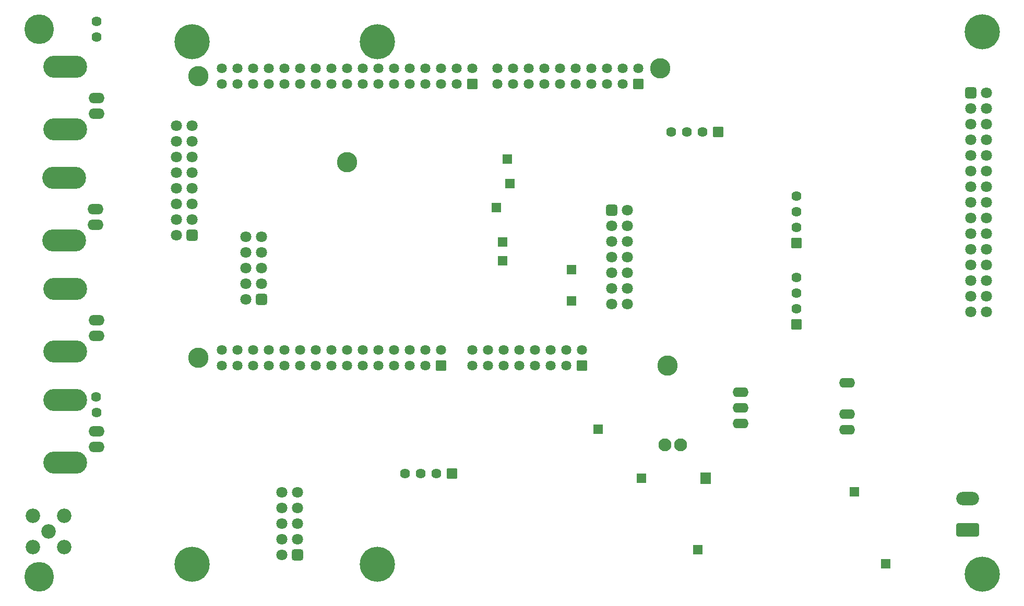
<source format=gbs>
%TF.GenerationSoftware,KiCad,Pcbnew,7.0.1*%
%TF.CreationDate,2023-11-29T10:40:00+01:00*%
%TF.ProjectId,current100A_Artiq,63757272-656e-4743-9130-30415f417274,rev?*%
%TF.SameCoordinates,Original*%
%TF.FileFunction,Soldermask,Bot*%
%TF.FilePolarity,Negative*%
%FSLAX46Y46*%
G04 Gerber Fmt 4.6, Leading zero omitted, Abs format (unit mm)*
G04 Created by KiCad (PCBNEW 7.0.1) date 2023-11-29 10:40:00*
%MOMM*%
%LPD*%
G01*
G04 APERTURE LIST*
G04 Aperture macros list*
%AMRoundRect*
0 Rectangle with rounded corners*
0 $1 Rounding radius*
0 $2 $3 $4 $5 $6 $7 $8 $9 X,Y pos of 4 corners*
0 Add a 4 corners polygon primitive as box body*
4,1,4,$2,$3,$4,$5,$6,$7,$8,$9,$2,$3,0*
0 Add four circle primitives for the rounded corners*
1,1,$1+$1,$2,$3*
1,1,$1+$1,$4,$5*
1,1,$1+$1,$6,$7*
1,1,$1+$1,$8,$9*
0 Add four rect primitives between the rounded corners*
20,1,$1+$1,$2,$3,$4,$5,0*
20,1,$1+$1,$4,$5,$6,$7,0*
20,1,$1+$1,$6,$7,$8,$9,0*
20,1,$1+$1,$8,$9,$2,$3,0*%
G04 Aperture macros list end*
%ADD10RoundRect,0.050000X0.762000X0.762000X-0.762000X0.762000X-0.762000X-0.762000X0.762000X-0.762000X0*%
%ADD11C,1.624000*%
%ADD12RoundRect,0.050000X0.750000X0.750000X-0.750000X0.750000X-0.750000X-0.750000X0.750000X-0.750000X0*%
%ADD13RoundRect,0.050000X-0.750000X-0.750000X0.750000X-0.750000X0.750000X0.750000X-0.750000X0.750000X0*%
%ADD14RoundRect,0.300000X0.600000X0.600000X-0.600000X0.600000X-0.600000X-0.600000X0.600000X-0.600000X0*%
%ADD15C,1.800000*%
%ADD16C,2.350000*%
%ADD17RoundRect,0.050000X0.762000X-0.762000X0.762000X0.762000X-0.762000X0.762000X-0.762000X-0.762000X0*%
%ADD18C,2.100000*%
%ADD19C,5.700000*%
%ADD20RoundRect,0.050000X0.750000X-0.750000X0.750000X0.750000X-0.750000X0.750000X-0.750000X-0.750000X0*%
%ADD21O,2.600000X1.700000*%
%ADD22O,7.100000X3.600000*%
%ADD23C,4.800000*%
%ADD24RoundRect,0.300000X-0.600000X-0.600000X0.600000X-0.600000X0.600000X0.600000X-0.600000X0.600000X0*%
%ADD25O,2.600000X1.600000*%
%ADD26C,0.400000*%
%ADD27RoundRect,0.050000X-0.800000X-0.900000X0.800000X-0.900000X0.800000X0.900000X-0.800000X0.900000X0*%
%ADD28RoundRect,0.299999X1.550001X-0.790001X1.550001X0.790001X-1.550001X0.790001X-1.550001X-0.790001X0*%
%ADD29O,3.700000X2.180000*%
%ADD30RoundRect,0.050000X-0.750000X0.750000X-0.750000X-0.750000X0.750000X-0.750000X0.750000X0.750000X0*%
%ADD31C,3.300000*%
%ADD32RoundRect,0.050000X0.765000X-0.765000X0.765000X0.765000X-0.765000X0.765000X-0.765000X-0.765000X0*%
%ADD33C,1.630000*%
G04 APERTURE END LIST*
D10*
%TO.C,U33*%
X113665000Y-22225000D03*
D11*
X111125000Y-22225000D03*
X108585000Y-22225000D03*
X106045000Y-22225000D03*
%TD*%
D12*
%TO.C,PP2*%
X78740000Y-40132000D03*
%TD*%
D13*
%TO.C,PP5*%
X89916000Y-49657000D03*
%TD*%
D12*
%TO.C,PP1*%
X78740000Y-43180000D03*
%TD*%
D14*
%TO.C,J4*%
X45466000Y-90932000D03*
D15*
X42926000Y-90932000D03*
X45466000Y-88392000D03*
X42926000Y-88392000D03*
X45466000Y-85852000D03*
X42926000Y-85852000D03*
X45466000Y-83312000D03*
X42926000Y-83312000D03*
X45466000Y-80772000D03*
X42926000Y-80772000D03*
%TD*%
D16*
%TO.C,J2*%
X5080000Y-87122000D03*
X2540000Y-89662000D03*
X7620000Y-89662000D03*
X2540000Y-84582000D03*
X7620000Y-84582000D03*
%TD*%
D17*
%TO.C,U35*%
X126365000Y-40259000D03*
D11*
X126365000Y-37719000D03*
X126365000Y-35179000D03*
X126365000Y-32639000D03*
%TD*%
D18*
%TO.C,GND1*%
X105029000Y-73025000D03*
X107569000Y-73025000D03*
%TD*%
D19*
%TO.C,H6*%
X58400000Y-92400000D03*
%TD*%
D20*
%TO.C,VuC1*%
X135763000Y-80645000D03*
%TD*%
D12*
%TO.C,P5V1*%
X101219000Y-78486000D03*
%TD*%
D20*
%TO.C,P6V1*%
X110363000Y-90043000D03*
%TD*%
D21*
%TO.C,J9*%
X12700000Y-34798000D03*
D22*
X7620000Y-39878000D03*
D21*
X12700000Y-37338000D03*
D22*
X7620000Y-29718000D03*
%TD*%
D23*
%TO.C,H1*%
X3556000Y-5512000D03*
%TD*%
D21*
%TO.C,J11*%
X12827000Y-70866000D03*
D22*
X7747000Y-75946000D03*
D21*
X12827000Y-73406000D03*
D22*
X7747000Y-65786000D03*
%TD*%
D10*
%TO.C,U9*%
X70513800Y-77666000D03*
D11*
X67973800Y-77666000D03*
X65433800Y-77666000D03*
X62893800Y-77666000D03*
%TD*%
D13*
%TO.C,PP3*%
X79502000Y-26670000D03*
%TD*%
%TO.C,P12V1*%
X140843000Y-92329000D03*
%TD*%
D19*
%TO.C,H8*%
X156503000Y-93997000D03*
%TD*%
D24*
%TO.C,J12*%
X96393000Y-34925000D03*
D15*
X98933000Y-34925000D03*
X96393000Y-37465000D03*
X98933000Y-37465000D03*
X96393000Y-40005000D03*
X98933000Y-40005000D03*
X96393000Y-42545000D03*
X98933000Y-42545000D03*
X96393000Y-45085000D03*
X98933000Y-45085000D03*
X96393000Y-47625000D03*
X98933000Y-47625000D03*
X96393000Y-50165000D03*
X98933000Y-50165000D03*
%TD*%
D19*
%TO.C,H7*%
X156503000Y-6003000D03*
%TD*%
D23*
%TO.C,H2*%
X3556000Y-94412000D03*
%TD*%
D13*
%TO.C,PP7*%
X89916000Y-44577000D03*
%TD*%
D21*
%TO.C,J8*%
X12827000Y-52832000D03*
D22*
X7747000Y-57912000D03*
D21*
X12827000Y-55372000D03*
D22*
X7747000Y-47752000D03*
%TD*%
D17*
%TO.C,U34*%
X126365000Y-53467000D03*
D11*
X126365000Y-50927000D03*
X126365000Y-48387000D03*
X126365000Y-45847000D03*
%TD*%
D25*
%TO.C,U1*%
X134584000Y-70616000D03*
X134584000Y-68076000D03*
X134584000Y-62996000D03*
X117384000Y-64516000D03*
X117384000Y-67056000D03*
X117384000Y-69596000D03*
%TD*%
D14*
%TO.C,J7*%
X39624000Y-49403000D03*
D15*
X37084000Y-49403000D03*
X39624000Y-46863000D03*
X37084000Y-46863000D03*
X39624000Y-44323000D03*
X37084000Y-44323000D03*
X39624000Y-41783000D03*
X37084000Y-41783000D03*
X39624000Y-39243000D03*
X37084000Y-39243000D03*
%TD*%
D13*
%TO.C,PP4*%
X79883000Y-30607000D03*
%TD*%
%TO.C,PP6*%
X77724000Y-34544000D03*
%TD*%
D26*
%TO.C,U6*%
X111133000Y-78486000D03*
X111633000Y-77861000D03*
D27*
X111633000Y-78486000D03*
D26*
X111633000Y-79111000D03*
X112133000Y-78486000D03*
%TD*%
D21*
%TO.C,J10*%
X12827000Y-16764000D03*
D22*
X7747000Y-21844000D03*
D21*
X12827000Y-19304000D03*
D22*
X7747000Y-11684000D03*
%TD*%
D19*
%TO.C,H4*%
X28400000Y-92400000D03*
%TD*%
D24*
%TO.C,J5*%
X154679692Y-15877648D03*
D15*
X157219692Y-15877648D03*
X154679692Y-18417648D03*
X157219692Y-18417648D03*
X154679692Y-20957648D03*
X157219692Y-20957648D03*
X154679692Y-23497648D03*
X157219692Y-23497648D03*
X154679692Y-26037648D03*
X157219692Y-26037648D03*
X154679692Y-28577648D03*
X157219692Y-28577648D03*
X154679692Y-31117648D03*
X157219692Y-31117648D03*
X154679692Y-33657648D03*
X157219692Y-33657648D03*
X154679692Y-36197648D03*
X157219692Y-36197648D03*
X154679692Y-38737648D03*
X157219692Y-38737648D03*
X154679692Y-41277648D03*
X157219692Y-41277648D03*
X154679692Y-43817648D03*
X157219692Y-43817648D03*
X154679692Y-46357648D03*
X157219692Y-46357648D03*
X154679692Y-48897648D03*
X157219692Y-48897648D03*
X154679692Y-51437648D03*
X157219692Y-51437648D03*
%TD*%
D28*
%TO.C,J1*%
X154210500Y-86868000D03*
D29*
X154210500Y-81788000D03*
%TD*%
D30*
%TO.C,P2V1*%
X94234000Y-70485000D03*
%TD*%
D19*
%TO.C,H3*%
X28400000Y-7600000D03*
%TD*%
D14*
%TO.C,J14*%
X28321000Y-38989000D03*
D15*
X25781000Y-38989000D03*
X28321000Y-36449000D03*
X25781000Y-36449000D03*
X28321000Y-33909000D03*
X25781000Y-33909000D03*
X28321000Y-31369000D03*
X25781000Y-31369000D03*
X28321000Y-28829000D03*
X25781000Y-28829000D03*
X28321000Y-26289000D03*
X25781000Y-26289000D03*
X28321000Y-23749000D03*
X25781000Y-23749000D03*
X28321000Y-21209000D03*
X25781000Y-21209000D03*
%TD*%
D19*
%TO.C,H5*%
X58400000Y-7600000D03*
%TD*%
D31*
%TO.C,M1*%
X105506920Y-60198000D03*
X29336920Y-58928000D03*
X53466920Y-27178000D03*
X29336920Y-13208000D03*
X104266920Y-11938000D03*
D11*
X12827000Y-67818000D03*
X12750800Y-65278000D03*
X12827000Y-6858000D03*
X12827000Y-4318000D03*
D32*
X100710920Y-14478000D03*
D33*
X100710920Y-11938000D03*
X98170920Y-14478000D03*
X98170920Y-11938000D03*
X95630920Y-14478000D03*
X95630920Y-11938000D03*
X93090920Y-14478000D03*
X93090920Y-11938000D03*
X90550920Y-14478000D03*
X90550920Y-11938000D03*
X88010920Y-14478000D03*
X88010920Y-11938000D03*
X85470920Y-14478000D03*
X85470920Y-11938000D03*
X82930920Y-14478000D03*
X82930920Y-11938000D03*
X80390920Y-14478000D03*
X80390920Y-11938000D03*
X77850920Y-14478000D03*
X77850920Y-11938000D03*
D32*
X91566920Y-60198000D03*
D33*
X91566920Y-57658000D03*
X89026920Y-60198000D03*
X89026920Y-57658000D03*
X86486920Y-60198000D03*
X86486920Y-57658000D03*
X83946920Y-60198000D03*
X83946920Y-57658000D03*
X81406920Y-60198000D03*
X81406920Y-57658000D03*
X78866920Y-60198000D03*
X78866920Y-57658000D03*
X76326920Y-60198000D03*
X76326920Y-57658000D03*
X73786920Y-60198000D03*
X73786920Y-57658000D03*
D32*
X68706920Y-60198000D03*
D33*
X68706920Y-57658000D03*
X66166920Y-60198000D03*
X66166920Y-57658000D03*
X63626920Y-60198000D03*
X63626920Y-57658000D03*
X61086920Y-60198000D03*
X61086920Y-57658000D03*
X58546920Y-60198000D03*
X58546920Y-57658000D03*
X56006920Y-60198000D03*
X56006920Y-57658000D03*
X53466920Y-60198000D03*
X53466920Y-57658000D03*
X50926920Y-60198000D03*
X50926920Y-57658000D03*
X48386920Y-60198000D03*
X48386920Y-57658000D03*
X45846920Y-60198000D03*
X45846920Y-57658000D03*
X43306920Y-60198000D03*
X43306920Y-57658000D03*
X40766920Y-60198000D03*
X40766920Y-57658000D03*
X38226920Y-60198000D03*
X38226920Y-57658000D03*
X35686920Y-60198000D03*
X35686920Y-57658000D03*
X33146920Y-60198000D03*
X33146920Y-57658000D03*
D32*
X73786920Y-14478000D03*
D33*
X73786920Y-11938000D03*
X71246920Y-14478000D03*
X71246920Y-11938000D03*
X68706920Y-14478000D03*
X68706920Y-11938000D03*
X66166920Y-14478000D03*
X66166920Y-11938000D03*
X63626920Y-14478000D03*
X63626920Y-11938000D03*
X61086920Y-14478000D03*
X61086920Y-11938000D03*
X58546920Y-14478000D03*
X58546920Y-11938000D03*
X56006920Y-14478000D03*
X56006920Y-11938000D03*
X53466920Y-14478000D03*
X53466920Y-11938000D03*
X50926920Y-14478000D03*
X50926920Y-11938000D03*
X48386920Y-14478000D03*
X48386920Y-11938000D03*
X45846920Y-14478000D03*
X45846920Y-11938000D03*
X43306920Y-14478000D03*
X43306920Y-11938000D03*
X40766920Y-14478000D03*
X40766920Y-11938000D03*
X38226920Y-14478000D03*
X38226920Y-11938000D03*
X35686920Y-14478000D03*
X35686920Y-11938000D03*
X33146920Y-14478000D03*
X33146920Y-11938000D03*
%TD*%
M02*

</source>
